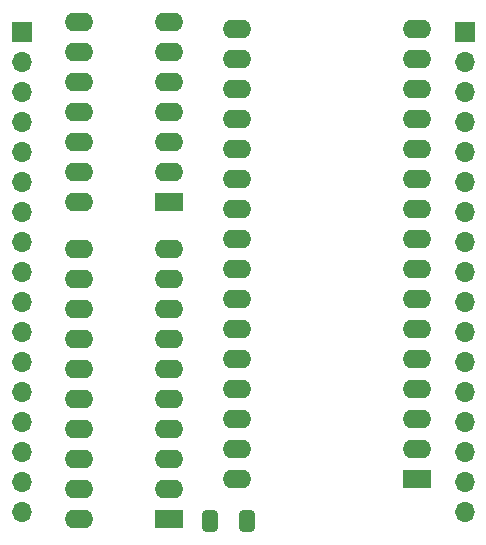
<source format=gbr>
%TF.GenerationSoftware,KiCad,Pcbnew,7.0.10*%
%TF.CreationDate,2024-02-06T22:12:15+01:00*%
%TF.ProjectId,16M2164_Ersatz_SRAM,31364d32-3136-4345-9f45-727361747a5f,1*%
%TF.SameCoordinates,Original*%
%TF.FileFunction,Soldermask,Top*%
%TF.FilePolarity,Negative*%
%FSLAX46Y46*%
G04 Gerber Fmt 4.6, Leading zero omitted, Abs format (unit mm)*
G04 Created by KiCad (PCBNEW 7.0.10) date 2024-02-06 22:12:15*
%MOMM*%
%LPD*%
G01*
G04 APERTURE LIST*
G04 Aperture macros list*
%AMRoundRect*
0 Rectangle with rounded corners*
0 $1 Rounding radius*
0 $2 $3 $4 $5 $6 $7 $8 $9 X,Y pos of 4 corners*
0 Add a 4 corners polygon primitive as box body*
4,1,4,$2,$3,$4,$5,$6,$7,$8,$9,$2,$3,0*
0 Add four circle primitives for the rounded corners*
1,1,$1+$1,$2,$3*
1,1,$1+$1,$4,$5*
1,1,$1+$1,$6,$7*
1,1,$1+$1,$8,$9*
0 Add four rect primitives between the rounded corners*
20,1,$1+$1,$2,$3,$4,$5,0*
20,1,$1+$1,$4,$5,$6,$7,0*
20,1,$1+$1,$6,$7,$8,$9,0*
20,1,$1+$1,$8,$9,$2,$3,0*%
G04 Aperture macros list end*
%ADD10R,2.400000X1.600000*%
%ADD11O,2.400000X1.600000*%
%ADD12RoundRect,0.250000X0.412500X0.650000X-0.412500X0.650000X-0.412500X-0.650000X0.412500X-0.650000X0*%
%ADD13R,1.700000X1.700000*%
%ADD14O,1.700000X1.700000*%
G04 APERTURE END LIST*
D10*
%TO.C,U3*%
X186000000Y-122400000D03*
D11*
X186000000Y-119860000D03*
X186000000Y-117320000D03*
X186000000Y-114780000D03*
X186000000Y-112240000D03*
X186000000Y-109700000D03*
X186000000Y-107160000D03*
X186000000Y-104620000D03*
X186000000Y-102080000D03*
X186000000Y-99540000D03*
X186000000Y-97000000D03*
X186000000Y-94460000D03*
X186000000Y-91920000D03*
X186000000Y-89380000D03*
X186000000Y-86840000D03*
X186000000Y-84300000D03*
X170760000Y-84300000D03*
X170760000Y-86840000D03*
X170760000Y-89380000D03*
X170760000Y-91920000D03*
X170760000Y-94460000D03*
X170760000Y-97000000D03*
X170760000Y-99540000D03*
X170760000Y-102080000D03*
X170760000Y-104620000D03*
X170760000Y-107160000D03*
X170760000Y-109700000D03*
X170760000Y-112240000D03*
X170760000Y-114780000D03*
X170760000Y-117320000D03*
X170760000Y-119860000D03*
X170760000Y-122400000D03*
%TD*%
D12*
%TO.C,C3*%
X171562500Y-126000000D03*
X168437500Y-126000000D03*
%TD*%
D10*
%TO.C,U2*%
X165000000Y-125780000D03*
D11*
X165000000Y-123240000D03*
X165000000Y-120700000D03*
X165000000Y-118160000D03*
X165000000Y-115620000D03*
X165000000Y-113080000D03*
X165000000Y-110540000D03*
X165000000Y-108000000D03*
X165000000Y-105460000D03*
X165000000Y-102920000D03*
X157380000Y-102920000D03*
X157380000Y-105460000D03*
X157380000Y-108000000D03*
X157380000Y-110540000D03*
X157380000Y-113080000D03*
X157380000Y-115620000D03*
X157380000Y-118160000D03*
X157380000Y-120700000D03*
X157380000Y-123240000D03*
X157380000Y-125780000D03*
%TD*%
D10*
%TO.C,U1*%
X165000000Y-99000000D03*
D11*
X165000000Y-96460000D03*
X165000000Y-93920000D03*
X165000000Y-91380000D03*
X165000000Y-88840000D03*
X165000000Y-86300000D03*
X165000000Y-83760000D03*
X157380000Y-83760000D03*
X157380000Y-86300000D03*
X157380000Y-88840000D03*
X157380000Y-91380000D03*
X157380000Y-93920000D03*
X157380000Y-96460000D03*
X157380000Y-99000000D03*
%TD*%
D13*
%TO.C,J2*%
X190000000Y-84580000D03*
D14*
X190000000Y-87120000D03*
X190000000Y-89660000D03*
X190000000Y-92200000D03*
X190000000Y-94740000D03*
X190000000Y-97280000D03*
X190000000Y-99820000D03*
X190000000Y-102360000D03*
X190000000Y-104900000D03*
X190000000Y-107440000D03*
X190000000Y-109980000D03*
X190000000Y-112520000D03*
X190000000Y-115060000D03*
X190000000Y-117600000D03*
X190000000Y-120140000D03*
X190000000Y-122680000D03*
X190000000Y-125220000D03*
%TD*%
D13*
%TO.C,J1*%
X152500000Y-84580000D03*
D14*
X152500000Y-87120000D03*
X152500000Y-89660000D03*
X152500000Y-92200000D03*
X152500000Y-94740000D03*
X152500000Y-97280000D03*
X152500000Y-99820000D03*
X152500000Y-102360000D03*
X152500000Y-104900000D03*
X152500000Y-107440000D03*
X152500000Y-109980000D03*
X152500000Y-112520000D03*
X152500000Y-115060000D03*
X152500000Y-117600000D03*
X152500000Y-120140000D03*
X152500000Y-122680000D03*
X152500000Y-125220000D03*
%TD*%
M02*

</source>
